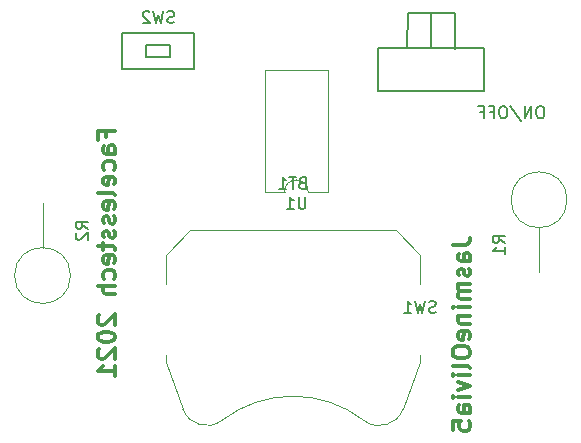
<source format=gbr>
%TF.GenerationSoftware,KiCad,Pcbnew,5.1.9+dfsg1-1*%
%TF.CreationDate,2021-10-11T10:55:51+01:00*%
%TF.ProjectId,pumpkin_jasmine,70756d70-6b69-46e5-9f6a-61736d696e65,rev?*%
%TF.SameCoordinates,Original*%
%TF.FileFunction,Legend,Bot*%
%TF.FilePolarity,Positive*%
%FSLAX46Y46*%
G04 Gerber Fmt 4.6, Leading zero omitted, Abs format (unit mm)*
G04 Created by KiCad (PCBNEW 5.1.9+dfsg1-1) date 2021-10-11 10:55:51*
%MOMM*%
%LPD*%
G01*
G04 APERTURE LIST*
%ADD10C,0.300000*%
%ADD11C,0.150000*%
%ADD12C,0.100000*%
%ADD13C,0.120000*%
G04 APERTURE END LIST*
D10*
X159211271Y-95669257D02*
X160282700Y-95669257D01*
X160496985Y-95597828D01*
X160639842Y-95454971D01*
X160711271Y-95240685D01*
X160711271Y-95097828D01*
X160711271Y-97026400D02*
X159925557Y-97026400D01*
X159782700Y-96954971D01*
X159711271Y-96812114D01*
X159711271Y-96526400D01*
X159782700Y-96383542D01*
X160639842Y-97026400D02*
X160711271Y-96883542D01*
X160711271Y-96526400D01*
X160639842Y-96383542D01*
X160496985Y-96312114D01*
X160354128Y-96312114D01*
X160211271Y-96383542D01*
X160139842Y-96526400D01*
X160139842Y-96883542D01*
X160068414Y-97026400D01*
X160639842Y-97669257D02*
X160711271Y-97812114D01*
X160711271Y-98097828D01*
X160639842Y-98240685D01*
X160496985Y-98312114D01*
X160425557Y-98312114D01*
X160282700Y-98240685D01*
X160211271Y-98097828D01*
X160211271Y-97883542D01*
X160139842Y-97740685D01*
X159996985Y-97669257D01*
X159925557Y-97669257D01*
X159782700Y-97740685D01*
X159711271Y-97883542D01*
X159711271Y-98097828D01*
X159782700Y-98240685D01*
X160711271Y-98954971D02*
X159711271Y-98954971D01*
X159854128Y-98954971D02*
X159782700Y-99026400D01*
X159711271Y-99169257D01*
X159711271Y-99383542D01*
X159782700Y-99526400D01*
X159925557Y-99597828D01*
X160711271Y-99597828D01*
X159925557Y-99597828D02*
X159782700Y-99669257D01*
X159711271Y-99812114D01*
X159711271Y-100026400D01*
X159782700Y-100169257D01*
X159925557Y-100240685D01*
X160711271Y-100240685D01*
X160711271Y-100954971D02*
X159711271Y-100954971D01*
X159211271Y-100954971D02*
X159282700Y-100883542D01*
X159354128Y-100954971D01*
X159282700Y-101026400D01*
X159211271Y-100954971D01*
X159354128Y-100954971D01*
X159711271Y-101669257D02*
X160711271Y-101669257D01*
X159854128Y-101669257D02*
X159782700Y-101740685D01*
X159711271Y-101883542D01*
X159711271Y-102097828D01*
X159782700Y-102240685D01*
X159925557Y-102312114D01*
X160711271Y-102312114D01*
X160639842Y-103597828D02*
X160711271Y-103454971D01*
X160711271Y-103169257D01*
X160639842Y-103026400D01*
X160496985Y-102954971D01*
X159925557Y-102954971D01*
X159782700Y-103026400D01*
X159711271Y-103169257D01*
X159711271Y-103454971D01*
X159782700Y-103597828D01*
X159925557Y-103669257D01*
X160068414Y-103669257D01*
X160211271Y-102954971D01*
X159211271Y-104597828D02*
X159211271Y-104883542D01*
X159282700Y-105026400D01*
X159425557Y-105169257D01*
X159711271Y-105240685D01*
X160211271Y-105240685D01*
X160496985Y-105169257D01*
X160639842Y-105026400D01*
X160711271Y-104883542D01*
X160711271Y-104597828D01*
X160639842Y-104454971D01*
X160496985Y-104312114D01*
X160211271Y-104240685D01*
X159711271Y-104240685D01*
X159425557Y-104312114D01*
X159282700Y-104454971D01*
X159211271Y-104597828D01*
X160711271Y-106097828D02*
X160639842Y-105954971D01*
X160496985Y-105883542D01*
X159211271Y-105883542D01*
X160711271Y-106669257D02*
X159711271Y-106669257D01*
X159211271Y-106669257D02*
X159282700Y-106597828D01*
X159354128Y-106669257D01*
X159282700Y-106740685D01*
X159211271Y-106669257D01*
X159354128Y-106669257D01*
X159711271Y-107240685D02*
X160711271Y-107597828D01*
X159711271Y-107954971D01*
X160711271Y-108526400D02*
X159711271Y-108526400D01*
X159211271Y-108526400D02*
X159282700Y-108454971D01*
X159354128Y-108526400D01*
X159282700Y-108597828D01*
X159211271Y-108526400D01*
X159354128Y-108526400D01*
X160711271Y-109883542D02*
X159925557Y-109883542D01*
X159782700Y-109812114D01*
X159711271Y-109669257D01*
X159711271Y-109383542D01*
X159782700Y-109240685D01*
X160639842Y-109883542D02*
X160711271Y-109740685D01*
X160711271Y-109383542D01*
X160639842Y-109240685D01*
X160496985Y-109169257D01*
X160354128Y-109169257D01*
X160211271Y-109240685D01*
X160139842Y-109383542D01*
X160139842Y-109740685D01*
X160068414Y-109883542D01*
X159211271Y-111312114D02*
X159211271Y-110597828D01*
X159925557Y-110526400D01*
X159854128Y-110597828D01*
X159782700Y-110740685D01*
X159782700Y-111097828D01*
X159854128Y-111240685D01*
X159925557Y-111312114D01*
X160068414Y-111383542D01*
X160425557Y-111383542D01*
X160568414Y-111312114D01*
X160639842Y-111240685D01*
X160711271Y-111097828D01*
X160711271Y-110740685D01*
X160639842Y-110597828D01*
X160568414Y-110526400D01*
X129864657Y-86520771D02*
X129864657Y-86020771D01*
X130650371Y-86020771D02*
X129150371Y-86020771D01*
X129150371Y-86735057D01*
X130650371Y-87949342D02*
X129864657Y-87949342D01*
X129721800Y-87877914D01*
X129650371Y-87735057D01*
X129650371Y-87449342D01*
X129721800Y-87306485D01*
X130578942Y-87949342D02*
X130650371Y-87806485D01*
X130650371Y-87449342D01*
X130578942Y-87306485D01*
X130436085Y-87235057D01*
X130293228Y-87235057D01*
X130150371Y-87306485D01*
X130078942Y-87449342D01*
X130078942Y-87806485D01*
X130007514Y-87949342D01*
X130578942Y-89306485D02*
X130650371Y-89163628D01*
X130650371Y-88877914D01*
X130578942Y-88735057D01*
X130507514Y-88663628D01*
X130364657Y-88592200D01*
X129936085Y-88592200D01*
X129793228Y-88663628D01*
X129721800Y-88735057D01*
X129650371Y-88877914D01*
X129650371Y-89163628D01*
X129721800Y-89306485D01*
X130578942Y-90520771D02*
X130650371Y-90377914D01*
X130650371Y-90092200D01*
X130578942Y-89949342D01*
X130436085Y-89877914D01*
X129864657Y-89877914D01*
X129721800Y-89949342D01*
X129650371Y-90092200D01*
X129650371Y-90377914D01*
X129721800Y-90520771D01*
X129864657Y-90592200D01*
X130007514Y-90592200D01*
X130150371Y-89877914D01*
X130650371Y-91449342D02*
X130578942Y-91306485D01*
X130436085Y-91235057D01*
X129150371Y-91235057D01*
X130578942Y-92592200D02*
X130650371Y-92449342D01*
X130650371Y-92163628D01*
X130578942Y-92020771D01*
X130436085Y-91949342D01*
X129864657Y-91949342D01*
X129721800Y-92020771D01*
X129650371Y-92163628D01*
X129650371Y-92449342D01*
X129721800Y-92592200D01*
X129864657Y-92663628D01*
X130007514Y-92663628D01*
X130150371Y-91949342D01*
X130578942Y-93235057D02*
X130650371Y-93377914D01*
X130650371Y-93663628D01*
X130578942Y-93806485D01*
X130436085Y-93877914D01*
X130364657Y-93877914D01*
X130221800Y-93806485D01*
X130150371Y-93663628D01*
X130150371Y-93449342D01*
X130078942Y-93306485D01*
X129936085Y-93235057D01*
X129864657Y-93235057D01*
X129721800Y-93306485D01*
X129650371Y-93449342D01*
X129650371Y-93663628D01*
X129721800Y-93806485D01*
X130578942Y-94449342D02*
X130650371Y-94592200D01*
X130650371Y-94877914D01*
X130578942Y-95020771D01*
X130436085Y-95092200D01*
X130364657Y-95092200D01*
X130221800Y-95020771D01*
X130150371Y-94877914D01*
X130150371Y-94663628D01*
X130078942Y-94520771D01*
X129936085Y-94449342D01*
X129864657Y-94449342D01*
X129721800Y-94520771D01*
X129650371Y-94663628D01*
X129650371Y-94877914D01*
X129721800Y-95020771D01*
X129650371Y-95520771D02*
X129650371Y-96092200D01*
X129150371Y-95735057D02*
X130436085Y-95735057D01*
X130578942Y-95806485D01*
X130650371Y-95949342D01*
X130650371Y-96092200D01*
X130578942Y-97163628D02*
X130650371Y-97020771D01*
X130650371Y-96735057D01*
X130578942Y-96592200D01*
X130436085Y-96520771D01*
X129864657Y-96520771D01*
X129721800Y-96592200D01*
X129650371Y-96735057D01*
X129650371Y-97020771D01*
X129721800Y-97163628D01*
X129864657Y-97235057D01*
X130007514Y-97235057D01*
X130150371Y-96520771D01*
X130578942Y-98520771D02*
X130650371Y-98377914D01*
X130650371Y-98092200D01*
X130578942Y-97949342D01*
X130507514Y-97877914D01*
X130364657Y-97806485D01*
X129936085Y-97806485D01*
X129793228Y-97877914D01*
X129721800Y-97949342D01*
X129650371Y-98092200D01*
X129650371Y-98377914D01*
X129721800Y-98520771D01*
X130650371Y-99163628D02*
X129150371Y-99163628D01*
X130650371Y-99806485D02*
X129864657Y-99806485D01*
X129721800Y-99735057D01*
X129650371Y-99592200D01*
X129650371Y-99377914D01*
X129721800Y-99235057D01*
X129793228Y-99163628D01*
X129293228Y-101592200D02*
X129221800Y-101663628D01*
X129150371Y-101806485D01*
X129150371Y-102163628D01*
X129221800Y-102306485D01*
X129293228Y-102377914D01*
X129436085Y-102449342D01*
X129578942Y-102449342D01*
X129793228Y-102377914D01*
X130650371Y-101520771D01*
X130650371Y-102449342D01*
X129150371Y-103377914D02*
X129150371Y-103520771D01*
X129221800Y-103663628D01*
X129293228Y-103735057D01*
X129436085Y-103806485D01*
X129721800Y-103877914D01*
X130078942Y-103877914D01*
X130364657Y-103806485D01*
X130507514Y-103735057D01*
X130578942Y-103663628D01*
X130650371Y-103520771D01*
X130650371Y-103377914D01*
X130578942Y-103235057D01*
X130507514Y-103163628D01*
X130364657Y-103092200D01*
X130078942Y-103020771D01*
X129721800Y-103020771D01*
X129436085Y-103092200D01*
X129293228Y-103163628D01*
X129221800Y-103235057D01*
X129150371Y-103377914D01*
X129293228Y-104449342D02*
X129221800Y-104520771D01*
X129150371Y-104663628D01*
X129150371Y-105020771D01*
X129221800Y-105163628D01*
X129293228Y-105235057D01*
X129436085Y-105306485D01*
X129578942Y-105306485D01*
X129793228Y-105235057D01*
X130650371Y-104377914D01*
X130650371Y-105306485D01*
X130650371Y-106735057D02*
X130650371Y-105877914D01*
X130650371Y-106306485D02*
X129150371Y-106306485D01*
X129364657Y-106163628D01*
X129507514Y-106020771D01*
X129578942Y-105877914D01*
D11*
X166734809Y-83920080D02*
X166544333Y-83920080D01*
X166449095Y-83967700D01*
X166353857Y-84062938D01*
X166306238Y-84253414D01*
X166306238Y-84586747D01*
X166353857Y-84777223D01*
X166449095Y-84872461D01*
X166544333Y-84920080D01*
X166734809Y-84920080D01*
X166830047Y-84872461D01*
X166925285Y-84777223D01*
X166972904Y-84586747D01*
X166972904Y-84253414D01*
X166925285Y-84062938D01*
X166830047Y-83967700D01*
X166734809Y-83920080D01*
X165877666Y-84920080D02*
X165877666Y-83920080D01*
X165306238Y-84920080D01*
X165306238Y-83920080D01*
X164115761Y-83872461D02*
X164972904Y-85158176D01*
X163591952Y-83920080D02*
X163401476Y-83920080D01*
X163306238Y-83967700D01*
X163211000Y-84062938D01*
X163163380Y-84253414D01*
X163163380Y-84586747D01*
X163211000Y-84777223D01*
X163306238Y-84872461D01*
X163401476Y-84920080D01*
X163591952Y-84920080D01*
X163687190Y-84872461D01*
X163782428Y-84777223D01*
X163830047Y-84586747D01*
X163830047Y-84253414D01*
X163782428Y-84062938D01*
X163687190Y-83967700D01*
X163591952Y-83920080D01*
X162401476Y-84396271D02*
X162734809Y-84396271D01*
X162734809Y-84920080D02*
X162734809Y-83920080D01*
X162258619Y-83920080D01*
X161544333Y-84396271D02*
X161877666Y-84396271D01*
X161877666Y-84920080D02*
X161877666Y-83920080D01*
X161401476Y-83920080D01*
D12*
%TO.C,BT1*%
X134914400Y-104955600D02*
X134914400Y-105585600D01*
X134914400Y-96495600D02*
X134914400Y-98955600D01*
X156474400Y-104955600D02*
X156474400Y-105585600D01*
X156474400Y-96495600D02*
X156474400Y-98955600D01*
X134914400Y-105585600D02*
X136354400Y-109535600D01*
X136994400Y-94415600D02*
X134914400Y-96495600D01*
X136994400Y-94415600D02*
X154394400Y-94415600D01*
X154394400Y-94415600D02*
X156474400Y-96495600D01*
X156474400Y-105585600D02*
X155034400Y-109535600D01*
X151699001Y-110509136D02*
G75*
G03*
X139694400Y-110505600I-6004601J-7806464D01*
G01*
X151697754Y-110522130D02*
G75*
G03*
X155034400Y-109535600I1306646J1716530D01*
G01*
X136369156Y-109543769D02*
G75*
G03*
X139694400Y-110505600I2015244J738169D01*
G01*
D13*
%TO.C,U1*%
X148636500Y-91157100D02*
X146986500Y-91157100D01*
X148636500Y-80877100D02*
X148636500Y-91157100D01*
X143336500Y-80877100D02*
X148636500Y-80877100D01*
X143336500Y-91157100D02*
X143336500Y-80877100D01*
X144986500Y-91157100D02*
X143336500Y-91157100D01*
X146986500Y-91157100D02*
G75*
G03*
X144986500Y-91157100I-1000000J0D01*
G01*
%TO.C,R1*%
X168905100Y-91833700D02*
G75*
G03*
X168905100Y-91833700I-2370000J0D01*
G01*
X166535100Y-94203700D02*
X166535100Y-97953700D01*
%TO.C,R2*%
X124498100Y-95877200D02*
X124498100Y-92127200D01*
X126868100Y-98247200D02*
G75*
G03*
X126868100Y-98247200I-2370000J0D01*
G01*
D11*
%TO.C,SW2*%
X133286500Y-78701900D02*
X133286500Y-79717900D01*
X135318500Y-78701900D02*
X133286500Y-78701900D01*
X135318500Y-79717900D02*
X135318500Y-78701900D01*
X133286500Y-79717900D02*
X135318500Y-79717900D01*
X131254500Y-77685900D02*
X131254500Y-80733900D01*
X137350500Y-77685900D02*
X131254500Y-77685900D01*
X137350500Y-80733900D02*
X137350500Y-77685900D01*
X131254500Y-80733900D02*
X137350500Y-80733900D01*
%TO.C,SW1*%
X161891980Y-79034640D02*
X161891980Y-82646520D01*
X161891980Y-82646520D02*
X161891980Y-82636360D01*
X152890220Y-79024480D02*
X152890220Y-82636360D01*
X152890220Y-82636360D02*
X161897060Y-82636360D01*
X152890220Y-79024480D02*
X161897060Y-79024480D01*
X159387540Y-79034640D02*
X159392620Y-76032360D01*
X155394660Y-79014320D02*
X155399740Y-76012040D01*
X155399740Y-76017120D02*
X159387540Y-76017120D01*
X157386020Y-79019400D02*
X157391100Y-76017120D01*
%TO.C,BT1*%
X146480114Y-90384171D02*
X146337257Y-90431790D01*
X146289638Y-90479409D01*
X146242019Y-90574647D01*
X146242019Y-90717504D01*
X146289638Y-90812742D01*
X146337257Y-90860361D01*
X146432495Y-90907980D01*
X146813447Y-90907980D01*
X146813447Y-89907980D01*
X146480114Y-89907980D01*
X146384876Y-89955600D01*
X146337257Y-90003219D01*
X146289638Y-90098457D01*
X146289638Y-90193695D01*
X146337257Y-90288933D01*
X146384876Y-90336552D01*
X146480114Y-90384171D01*
X146813447Y-90384171D01*
X145956304Y-89907980D02*
X145384876Y-89907980D01*
X145670590Y-90907980D02*
X145670590Y-89907980D01*
X144527733Y-90907980D02*
X145099161Y-90907980D01*
X144813447Y-90907980D02*
X144813447Y-89907980D01*
X144908685Y-90050838D01*
X145003923Y-90146076D01*
X145099161Y-90193695D01*
%TO.C,U1*%
X146748404Y-91609480D02*
X146748404Y-92419004D01*
X146700785Y-92514242D01*
X146653166Y-92561861D01*
X146557928Y-92609480D01*
X146367452Y-92609480D01*
X146272214Y-92561861D01*
X146224595Y-92514242D01*
X146176976Y-92419004D01*
X146176976Y-91609480D01*
X145176976Y-92609480D02*
X145748404Y-92609480D01*
X145462690Y-92609480D02*
X145462690Y-91609480D01*
X145557928Y-91752338D01*
X145653166Y-91847576D01*
X145748404Y-91895195D01*
%TO.C,R1*%
X163617480Y-95477033D02*
X163141290Y-95143700D01*
X163617480Y-94905604D02*
X162617480Y-94905604D01*
X162617480Y-95286557D01*
X162665100Y-95381795D01*
X162712719Y-95429414D01*
X162807957Y-95477033D01*
X162950814Y-95477033D01*
X163046052Y-95429414D01*
X163093671Y-95381795D01*
X163141290Y-95286557D01*
X163141290Y-94905604D01*
X163617480Y-96429414D02*
X163617480Y-95857985D01*
X163617480Y-96143700D02*
X162617480Y-96143700D01*
X162760338Y-96048461D01*
X162855576Y-95953223D01*
X162903195Y-95857985D01*
%TO.C,R2*%
X128320480Y-94270533D02*
X127844290Y-93937200D01*
X128320480Y-93699104D02*
X127320480Y-93699104D01*
X127320480Y-94080057D01*
X127368100Y-94175295D01*
X127415719Y-94222914D01*
X127510957Y-94270533D01*
X127653814Y-94270533D01*
X127749052Y-94222914D01*
X127796671Y-94175295D01*
X127844290Y-94080057D01*
X127844290Y-93699104D01*
X127415719Y-94651485D02*
X127368100Y-94699104D01*
X127320480Y-94794342D01*
X127320480Y-95032438D01*
X127368100Y-95127676D01*
X127415719Y-95175295D01*
X127510957Y-95222914D01*
X127606195Y-95222914D01*
X127749052Y-95175295D01*
X128320480Y-94603866D01*
X128320480Y-95222914D01*
%TO.C,SW2*%
X135635833Y-76820661D02*
X135492976Y-76868280D01*
X135254880Y-76868280D01*
X135159642Y-76820661D01*
X135112023Y-76773042D01*
X135064404Y-76677804D01*
X135064404Y-76582566D01*
X135112023Y-76487328D01*
X135159642Y-76439709D01*
X135254880Y-76392090D01*
X135445357Y-76344471D01*
X135540595Y-76296852D01*
X135588214Y-76249233D01*
X135635833Y-76153995D01*
X135635833Y-76058757D01*
X135588214Y-75963519D01*
X135540595Y-75915900D01*
X135445357Y-75868280D01*
X135207261Y-75868280D01*
X135064404Y-75915900D01*
X134731071Y-75868280D02*
X134492976Y-76868280D01*
X134302500Y-76153995D01*
X134112023Y-76868280D01*
X133873928Y-75868280D01*
X133540595Y-75963519D02*
X133492976Y-75915900D01*
X133397738Y-75868280D01*
X133159642Y-75868280D01*
X133064404Y-75915900D01*
X133016785Y-75963519D01*
X132969166Y-76058757D01*
X132969166Y-76153995D01*
X133016785Y-76296852D01*
X133588214Y-76868280D01*
X132969166Y-76868280D01*
%TO.C,SW1*%
X157784633Y-101354521D02*
X157641776Y-101402140D01*
X157403680Y-101402140D01*
X157308442Y-101354521D01*
X157260823Y-101306902D01*
X157213204Y-101211664D01*
X157213204Y-101116426D01*
X157260823Y-101021188D01*
X157308442Y-100973569D01*
X157403680Y-100925950D01*
X157594157Y-100878331D01*
X157689395Y-100830712D01*
X157737014Y-100783093D01*
X157784633Y-100687855D01*
X157784633Y-100592617D01*
X157737014Y-100497379D01*
X157689395Y-100449760D01*
X157594157Y-100402140D01*
X157356061Y-100402140D01*
X157213204Y-100449760D01*
X156879871Y-100402140D02*
X156641776Y-101402140D01*
X156451300Y-100687855D01*
X156260823Y-101402140D01*
X156022728Y-100402140D01*
X155117966Y-101402140D02*
X155689395Y-101402140D01*
X155403680Y-101402140D02*
X155403680Y-100402140D01*
X155498919Y-100544998D01*
X155594157Y-100640236D01*
X155689395Y-100687855D01*
%TD*%
M02*

</source>
